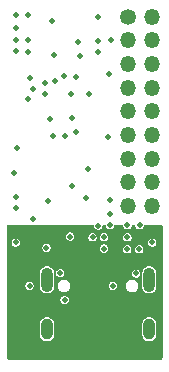
<source format=gbr>
%TF.GenerationSoftware,KiCad,Pcbnew,9.0.0*%
%TF.CreationDate,2025-06-10T15:00:40-04:00*%
%TF.ProjectId,aditBoard,61646974-426f-4617-9264-2e6b69636164,rev?*%
%TF.SameCoordinates,Original*%
%TF.FileFunction,Copper,L3,Inr*%
%TF.FilePolarity,Positive*%
%FSLAX46Y46*%
G04 Gerber Fmt 4.6, Leading zero omitted, Abs format (unit mm)*
G04 Created by KiCad (PCBNEW 9.0.0) date 2025-06-10 15:00:40*
%MOMM*%
%LPD*%
G01*
G04 APERTURE LIST*
%TA.AperFunction,ComponentPad*%
%ADD10C,1.350000*%
%TD*%
%TA.AperFunction,ComponentPad*%
%ADD11O,1.350000X1.350000*%
%TD*%
%TA.AperFunction,ComponentPad*%
%ADD12O,1.000000X2.100000*%
%TD*%
%TA.AperFunction,ComponentPad*%
%ADD13O,1.000000X1.800000*%
%TD*%
%TA.AperFunction,ViaPad*%
%ADD14C,0.500000*%
%TD*%
G04 APERTURE END LIST*
D10*
%TO.N,/GND*%
%TO.C,J2*%
X124635000Y-81725000D03*
D11*
X126635000Y-81725000D03*
%TO.N,/SDA*%
X124635000Y-83725000D03*
%TO.N,/SCL*%
X126635000Y-83725000D03*
%TO.N,/PLUG*%
X124635000Y-85725000D03*
%TO.N,/A2*%
X126635000Y-85725000D03*
%TO.N,/A1*%
X124635000Y-87725000D03*
%TO.N,/A0*%
X126635000Y-87725000D03*
%TO.N,/GND*%
X124635000Y-89725000D03*
X126635000Y-89725000D03*
%TO.N,/TXD*%
X124635000Y-91725000D03*
%TO.N,/RXD*%
X126635000Y-91725000D03*
%TO.N,/GND*%
X124635000Y-93725000D03*
X126635000Y-93725000D03*
%TO.N,/RST*%
X124635000Y-95725000D03*
%TO.N,/3V3*%
X126635000Y-95725000D03*
%TO.N,unconnected-(J2-Pin_17-Pad17)*%
X124635000Y-97725000D03*
%TO.N,unconnected-(J2-Pin_18-Pad18)*%
X126635000Y-97725000D03*
%TD*%
D12*
%TO.N,/GND*%
%TO.C,J1*%
X117755000Y-104000000D03*
D13*
X117755000Y-108180000D03*
D12*
X126395000Y-104000000D03*
D13*
X126395000Y-108180000D03*
%TD*%
D14*
%TO.N,/GND*%
X117850000Y-97350000D03*
%TO.N,/5V*%
X115675000Y-107600000D03*
%TO.N,/GND*%
X117700200Y-101280000D03*
X125292500Y-103450000D03*
X118875000Y-103425000D03*
%TO.N,/5V*%
X116750000Y-101200000D03*
X115100000Y-99875000D03*
X118650200Y-101202050D03*
X116525000Y-107600000D03*
%TO.N,Net-(U3-RUN)*%
X116275000Y-86925000D03*
X123150000Y-83675000D03*
%TO.N,/GND*%
X121025000Y-97100000D03*
%TO.N,Net-(R6-Pad2)*%
X123075000Y-97275000D03*
%TO.N,/GND*%
X126660000Y-100830000D03*
X114990000Y-94970000D03*
X116150000Y-83700000D03*
X118160000Y-82120000D03*
X117590000Y-88250000D03*
X122570000Y-101350000D03*
X119850000Y-90310000D03*
X120360000Y-83880000D03*
X115090000Y-97930000D03*
X115100000Y-100830000D03*
X122050000Y-83740000D03*
X123090000Y-98415000D03*
X115090000Y-83700000D03*
X122060000Y-81750000D03*
X125580000Y-99370000D03*
X115150000Y-81600000D03*
X117975000Y-90400000D03*
X119810000Y-88250000D03*
X115150000Y-82675000D03*
X121190000Y-94630000D03*
X125560000Y-101410000D03*
%TO.N,/3V3*%
X116150000Y-88650000D03*
X118260000Y-91790000D03*
X119150000Y-86725000D03*
X122930000Y-91930000D03*
X116525000Y-98850000D03*
X122570000Y-100390000D03*
X119870000Y-96070000D03*
X123090000Y-99375000D03*
X122050000Y-84700000D03*
X116160000Y-84700000D03*
X115090000Y-96970000D03*
X121300000Y-88300000D03*
X122090000Y-99405000D03*
X115220000Y-92830000D03*
X115090000Y-84660000D03*
%TO.N,/1V1*%
X116110000Y-81600000D03*
X119700000Y-100330000D03*
X121600000Y-100390000D03*
X119250000Y-91825000D03*
X118330000Y-84950000D03*
X118425000Y-87200000D03*
%TO.N,/5V*%
X124475000Y-103425000D03*
X119675000Y-103425000D03*
%TO.N,Net-(U1-DIN)*%
X116275000Y-104500000D03*
X120225000Y-91475000D03*
%TO.N,/A2*%
X124540000Y-101410000D03*
%TO.N,/A0*%
X124560000Y-99370000D03*
%TO.N,/A1*%
X124550000Y-100390000D03*
%TO.N,/SCL*%
X120170000Y-86820000D03*
%TO.N,/RST*%
X122990000Y-86600000D03*
%TO.N,/SDA*%
X120560000Y-85050000D03*
%TO.N,/SWCLK*%
X123325000Y-104500000D03*
X117550000Y-87300000D03*
%TO.N,/SWD*%
X119240000Y-105690000D03*
X116525000Y-87825000D03*
%TD*%
%TA.AperFunction,Conductor*%
%TO.N,/5V*%
G36*
X121723314Y-99389586D02*
G01*
X121737900Y-99424800D01*
X121737900Y-99451356D01*
X121761893Y-99540900D01*
X121761894Y-99540902D01*
X121761895Y-99540905D01*
X121808250Y-99621194D01*
X121873806Y-99686750D01*
X121954095Y-99733105D01*
X122043645Y-99757100D01*
X122136355Y-99757100D01*
X122225905Y-99733105D01*
X122306194Y-99686750D01*
X122371750Y-99621194D01*
X122418105Y-99540905D01*
X122442100Y-99451355D01*
X122442100Y-99424800D01*
X122456686Y-99389586D01*
X122491900Y-99375000D01*
X122688124Y-99375000D01*
X122723338Y-99389586D01*
X122737498Y-99418302D01*
X122737899Y-99421354D01*
X122761893Y-99510900D01*
X122761897Y-99510908D01*
X122805362Y-99586193D01*
X122808250Y-99591194D01*
X122873806Y-99656750D01*
X122954095Y-99703105D01*
X123043645Y-99727100D01*
X123136355Y-99727100D01*
X123225905Y-99703105D01*
X123306194Y-99656750D01*
X123371750Y-99591194D01*
X123418105Y-99510905D01*
X123442100Y-99421355D01*
X123442100Y-99421354D01*
X123442502Y-99418302D01*
X123461558Y-99385292D01*
X123491876Y-99375000D01*
X124158782Y-99375000D01*
X124193996Y-99389586D01*
X124205807Y-99413536D01*
X124207055Y-99413202D01*
X124231893Y-99505900D01*
X124231894Y-99505902D01*
X124231895Y-99505905D01*
X124278250Y-99586194D01*
X124343806Y-99651750D01*
X124424095Y-99698105D01*
X124513645Y-99722100D01*
X124606355Y-99722100D01*
X124695905Y-99698105D01*
X124776194Y-99651750D01*
X124841750Y-99586194D01*
X124888105Y-99505905D01*
X124912100Y-99416355D01*
X124912945Y-99413202D01*
X124914539Y-99413629D01*
X124930903Y-99385290D01*
X124961218Y-99375000D01*
X125178782Y-99375000D01*
X125213996Y-99389586D01*
X125225807Y-99413536D01*
X125227055Y-99413202D01*
X125251893Y-99505900D01*
X125251894Y-99505902D01*
X125251895Y-99505905D01*
X125298250Y-99586194D01*
X125363806Y-99651750D01*
X125444095Y-99698105D01*
X125533645Y-99722100D01*
X125626355Y-99722100D01*
X125715905Y-99698105D01*
X125796194Y-99651750D01*
X125861750Y-99586194D01*
X125908105Y-99505905D01*
X125932100Y-99416355D01*
X125932945Y-99413202D01*
X125934539Y-99413629D01*
X125950903Y-99385290D01*
X125981218Y-99375000D01*
X127479700Y-99375000D01*
X127514914Y-99389586D01*
X127529500Y-99424800D01*
X127529500Y-110546080D01*
X127528887Y-110553870D01*
X127518970Y-110616483D01*
X127515791Y-110627754D01*
X127511477Y-110638167D01*
X127509841Y-110641714D01*
X127485431Y-110689622D01*
X127476273Y-110702228D01*
X127432228Y-110746273D01*
X127419623Y-110755430D01*
X127419622Y-110755431D01*
X127371714Y-110779841D01*
X127368167Y-110781477D01*
X127357754Y-110785791D01*
X127346483Y-110788970D01*
X127283870Y-110798887D01*
X127276080Y-110799500D01*
X114613920Y-110799500D01*
X114606130Y-110798887D01*
X114543515Y-110788970D01*
X114532243Y-110785790D01*
X114521836Y-110781478D01*
X114518290Y-110779843D01*
X114470376Y-110755430D01*
X114457770Y-110746272D01*
X114413726Y-110702228D01*
X114404568Y-110689623D01*
X114380146Y-110641693D01*
X114378522Y-110638167D01*
X114374205Y-110627747D01*
X114371029Y-110616483D01*
X114366783Y-110589675D01*
X114361113Y-110553870D01*
X114360500Y-110546080D01*
X114360500Y-107700732D01*
X117152900Y-107700732D01*
X117152900Y-108659268D01*
X117193933Y-108812402D01*
X117273200Y-108949698D01*
X117385302Y-109061800D01*
X117522598Y-109141067D01*
X117675732Y-109182100D01*
X117834268Y-109182100D01*
X117987402Y-109141067D01*
X118124698Y-109061800D01*
X118236800Y-108949698D01*
X118316067Y-108812402D01*
X118357100Y-108659268D01*
X118357100Y-107700732D01*
X125792900Y-107700732D01*
X125792900Y-108659268D01*
X125833933Y-108812402D01*
X125913200Y-108949698D01*
X126025302Y-109061800D01*
X126162598Y-109141067D01*
X126315732Y-109182100D01*
X126474268Y-109182100D01*
X126627402Y-109141067D01*
X126764698Y-109061800D01*
X126876800Y-108949698D01*
X126956067Y-108812402D01*
X126997100Y-108659268D01*
X126997100Y-107700732D01*
X126956067Y-107547598D01*
X126876800Y-107410302D01*
X126764698Y-107298200D01*
X126764697Y-107298199D01*
X126627405Y-107218935D01*
X126627402Y-107218933D01*
X126627399Y-107218932D01*
X126474268Y-107177900D01*
X126315732Y-107177900D01*
X126162600Y-107218932D01*
X126162594Y-107218935D01*
X126025302Y-107298199D01*
X125913199Y-107410302D01*
X125833935Y-107547594D01*
X125833933Y-107547598D01*
X125792900Y-107700732D01*
X118357100Y-107700732D01*
X118316067Y-107547598D01*
X118236800Y-107410302D01*
X118124698Y-107298200D01*
X118124697Y-107298199D01*
X117987405Y-107218935D01*
X117987402Y-107218933D01*
X117987399Y-107218932D01*
X117834268Y-107177900D01*
X117675732Y-107177900D01*
X117522600Y-107218932D01*
X117522594Y-107218935D01*
X117385302Y-107298199D01*
X117273199Y-107410302D01*
X117193935Y-107547594D01*
X117193933Y-107547598D01*
X117152900Y-107700732D01*
X114360500Y-107700732D01*
X114360500Y-105643643D01*
X118887900Y-105643643D01*
X118887900Y-105736356D01*
X118911893Y-105825900D01*
X118911894Y-105825902D01*
X118911895Y-105825905D01*
X118958250Y-105906194D01*
X119023806Y-105971750D01*
X119104095Y-106018105D01*
X119193645Y-106042100D01*
X119286355Y-106042100D01*
X119375905Y-106018105D01*
X119456194Y-105971750D01*
X119521750Y-105906194D01*
X119568105Y-105825905D01*
X119592100Y-105736355D01*
X119592100Y-105643645D01*
X119568105Y-105554095D01*
X119521750Y-105473806D01*
X119456194Y-105408250D01*
X119456193Y-105408249D01*
X119375908Y-105361897D01*
X119375905Y-105361895D01*
X119375902Y-105361894D01*
X119375900Y-105361893D01*
X119286356Y-105337900D01*
X119286355Y-105337900D01*
X119193645Y-105337900D01*
X119193643Y-105337900D01*
X119104099Y-105361893D01*
X119104091Y-105361897D01*
X119023806Y-105408249D01*
X118958249Y-105473806D01*
X118911897Y-105554091D01*
X118911893Y-105554099D01*
X118887900Y-105643643D01*
X114360500Y-105643643D01*
X114360500Y-104453643D01*
X115922900Y-104453643D01*
X115922900Y-104546356D01*
X115946893Y-104635900D01*
X115946897Y-104635908D01*
X115985537Y-104702836D01*
X115993250Y-104716194D01*
X116058806Y-104781750D01*
X116139095Y-104828105D01*
X116228645Y-104852100D01*
X116321355Y-104852100D01*
X116410905Y-104828105D01*
X116491194Y-104781750D01*
X116556750Y-104716194D01*
X116603105Y-104635905D01*
X116627100Y-104546355D01*
X116627100Y-104453645D01*
X116603105Y-104364095D01*
X116556750Y-104283806D01*
X116491194Y-104218250D01*
X116491193Y-104218249D01*
X116410908Y-104171897D01*
X116410905Y-104171895D01*
X116410902Y-104171894D01*
X116410900Y-104171893D01*
X116321356Y-104147900D01*
X116321355Y-104147900D01*
X116228645Y-104147900D01*
X116228643Y-104147900D01*
X116139099Y-104171893D01*
X116139091Y-104171897D01*
X116058806Y-104218249D01*
X115993249Y-104283806D01*
X115946897Y-104364091D01*
X115946893Y-104364099D01*
X115922900Y-104453643D01*
X114360500Y-104453643D01*
X114360500Y-103370731D01*
X117152900Y-103370731D01*
X117152900Y-104629268D01*
X117172611Y-104702831D01*
X117193933Y-104782402D01*
X117273200Y-104919698D01*
X117385302Y-105031800D01*
X117522598Y-105111067D01*
X117675732Y-105152100D01*
X117834268Y-105152100D01*
X117987402Y-105111067D01*
X118124698Y-105031800D01*
X118236800Y-104919698D01*
X118316067Y-104782402D01*
X118357100Y-104629268D01*
X118357100Y-104430815D01*
X118659500Y-104430815D01*
X118659500Y-104569184D01*
X118695310Y-104702831D01*
X118695314Y-104702839D01*
X118741247Y-104782399D01*
X118764495Y-104822665D01*
X118862335Y-104920505D01*
X118982164Y-104989688D01*
X119115817Y-105025500D01*
X119254183Y-105025500D01*
X119387836Y-104989688D01*
X119507665Y-104920505D01*
X119605505Y-104822665D01*
X119674688Y-104702836D01*
X119710500Y-104569183D01*
X119710500Y-104453643D01*
X122972900Y-104453643D01*
X122972900Y-104546356D01*
X122996893Y-104635900D01*
X122996897Y-104635908D01*
X123035537Y-104702836D01*
X123043250Y-104716194D01*
X123108806Y-104781750D01*
X123189095Y-104828105D01*
X123278645Y-104852100D01*
X123371355Y-104852100D01*
X123460905Y-104828105D01*
X123541194Y-104781750D01*
X123606750Y-104716194D01*
X123653105Y-104635905D01*
X123677100Y-104546355D01*
X123677100Y-104453645D01*
X123670983Y-104430815D01*
X124439500Y-104430815D01*
X124439500Y-104569184D01*
X124475310Y-104702831D01*
X124475314Y-104702839D01*
X124521247Y-104782399D01*
X124544495Y-104822665D01*
X124642335Y-104920505D01*
X124762164Y-104989688D01*
X124895817Y-105025500D01*
X125034183Y-105025500D01*
X125167836Y-104989688D01*
X125287665Y-104920505D01*
X125385505Y-104822665D01*
X125454688Y-104702836D01*
X125490500Y-104569183D01*
X125490500Y-104430817D01*
X125454688Y-104297164D01*
X125385505Y-104177335D01*
X125287665Y-104079495D01*
X125287664Y-104079494D01*
X125167839Y-104010314D01*
X125167836Y-104010312D01*
X125167833Y-104010311D01*
X125167831Y-104010310D01*
X125034184Y-103974500D01*
X125034183Y-103974500D01*
X124895817Y-103974500D01*
X124895815Y-103974500D01*
X124762168Y-104010310D01*
X124762160Y-104010314D01*
X124642335Y-104079494D01*
X124544494Y-104177335D01*
X124475314Y-104297160D01*
X124475310Y-104297168D01*
X124439500Y-104430815D01*
X123670983Y-104430815D01*
X123653105Y-104364095D01*
X123606750Y-104283806D01*
X123541194Y-104218250D01*
X123541193Y-104218249D01*
X123460908Y-104171897D01*
X123460905Y-104171895D01*
X123460902Y-104171894D01*
X123460900Y-104171893D01*
X123371356Y-104147900D01*
X123371355Y-104147900D01*
X123278645Y-104147900D01*
X123278643Y-104147900D01*
X123189099Y-104171893D01*
X123189091Y-104171897D01*
X123108806Y-104218249D01*
X123043249Y-104283806D01*
X122996897Y-104364091D01*
X122996893Y-104364099D01*
X122972900Y-104453643D01*
X119710500Y-104453643D01*
X119710500Y-104430817D01*
X119674688Y-104297164D01*
X119605505Y-104177335D01*
X119507665Y-104079495D01*
X119507664Y-104079494D01*
X119387839Y-104010314D01*
X119387836Y-104010312D01*
X119387833Y-104010311D01*
X119387831Y-104010310D01*
X119254184Y-103974500D01*
X119254183Y-103974500D01*
X119115817Y-103974500D01*
X119115815Y-103974500D01*
X118982168Y-104010310D01*
X118982160Y-104010314D01*
X118862335Y-104079494D01*
X118764494Y-104177335D01*
X118695314Y-104297160D01*
X118695310Y-104297168D01*
X118659500Y-104430815D01*
X118357100Y-104430815D01*
X118357100Y-103378643D01*
X118522900Y-103378643D01*
X118522900Y-103471356D01*
X118546893Y-103560900D01*
X118546894Y-103560902D01*
X118546895Y-103560905D01*
X118593250Y-103641194D01*
X118658806Y-103706750D01*
X118739095Y-103753105D01*
X118828645Y-103777100D01*
X118921355Y-103777100D01*
X119010905Y-103753105D01*
X119091194Y-103706750D01*
X119156750Y-103641194D01*
X119203105Y-103560905D01*
X119227100Y-103471355D01*
X119227100Y-103403643D01*
X124940400Y-103403643D01*
X124940400Y-103496356D01*
X124964393Y-103585900D01*
X124964397Y-103585908D01*
X124996315Y-103641193D01*
X125010750Y-103666194D01*
X125076306Y-103731750D01*
X125156595Y-103778105D01*
X125246145Y-103802100D01*
X125338855Y-103802100D01*
X125428405Y-103778105D01*
X125508694Y-103731750D01*
X125574250Y-103666194D01*
X125620605Y-103585905D01*
X125644600Y-103496355D01*
X125644600Y-103403645D01*
X125635781Y-103370731D01*
X125792900Y-103370731D01*
X125792900Y-104629268D01*
X125812611Y-104702831D01*
X125833933Y-104782402D01*
X125913200Y-104919698D01*
X126025302Y-105031800D01*
X126162598Y-105111067D01*
X126315732Y-105152100D01*
X126474268Y-105152100D01*
X126627402Y-105111067D01*
X126764698Y-105031800D01*
X126876800Y-104919698D01*
X126956067Y-104782402D01*
X126997100Y-104629268D01*
X126997100Y-103370732D01*
X126956067Y-103217598D01*
X126876800Y-103080302D01*
X126764698Y-102968200D01*
X126764697Y-102968199D01*
X126627405Y-102888935D01*
X126627402Y-102888933D01*
X126627399Y-102888932D01*
X126474268Y-102847900D01*
X126315732Y-102847900D01*
X126162600Y-102888932D01*
X126162594Y-102888935D01*
X126025302Y-102968199D01*
X125913199Y-103080302D01*
X125833935Y-103217594D01*
X125833932Y-103217600D01*
X125792900Y-103370731D01*
X125635781Y-103370731D01*
X125620605Y-103314095D01*
X125574250Y-103233806D01*
X125508694Y-103168250D01*
X125508693Y-103168249D01*
X125428408Y-103121897D01*
X125428405Y-103121895D01*
X125428402Y-103121894D01*
X125428400Y-103121893D01*
X125338856Y-103097900D01*
X125338855Y-103097900D01*
X125246145Y-103097900D01*
X125246143Y-103097900D01*
X125156599Y-103121893D01*
X125156591Y-103121897D01*
X125076306Y-103168249D01*
X125010749Y-103233806D01*
X124964397Y-103314091D01*
X124964393Y-103314099D01*
X124940400Y-103403643D01*
X119227100Y-103403643D01*
X119227100Y-103378645D01*
X119203105Y-103289095D01*
X119156750Y-103208806D01*
X119091194Y-103143250D01*
X119091193Y-103143249D01*
X119042057Y-103114881D01*
X119010905Y-103096895D01*
X119010902Y-103096894D01*
X119010900Y-103096893D01*
X118921356Y-103072900D01*
X118921355Y-103072900D01*
X118828645Y-103072900D01*
X118828643Y-103072900D01*
X118739099Y-103096893D01*
X118739091Y-103096897D01*
X118658806Y-103143249D01*
X118593249Y-103208806D01*
X118546897Y-103289091D01*
X118546893Y-103289099D01*
X118522900Y-103378643D01*
X118357100Y-103378643D01*
X118357100Y-103370732D01*
X118316067Y-103217598D01*
X118236800Y-103080302D01*
X118124698Y-102968200D01*
X118124697Y-102968199D01*
X117987405Y-102888935D01*
X117987402Y-102888933D01*
X117987399Y-102888932D01*
X117834268Y-102847900D01*
X117675732Y-102847900D01*
X117522600Y-102888932D01*
X117522594Y-102888935D01*
X117385302Y-102968199D01*
X117273199Y-103080302D01*
X117193935Y-103217594D01*
X117193932Y-103217600D01*
X117152900Y-103370731D01*
X114360500Y-103370731D01*
X114360500Y-101233643D01*
X117348100Y-101233643D01*
X117348100Y-101326356D01*
X117372093Y-101415900D01*
X117372097Y-101415908D01*
X117412509Y-101485905D01*
X117418450Y-101496194D01*
X117484006Y-101561750D01*
X117564295Y-101608105D01*
X117653845Y-101632100D01*
X117746555Y-101632100D01*
X117836105Y-101608105D01*
X117916394Y-101561750D01*
X117981950Y-101496194D01*
X118028305Y-101415905D01*
X118052300Y-101326355D01*
X118052300Y-101303643D01*
X122217900Y-101303643D01*
X122217900Y-101396356D01*
X122241893Y-101485900D01*
X122241894Y-101485902D01*
X122241895Y-101485905D01*
X122288250Y-101566194D01*
X122353806Y-101631750D01*
X122434095Y-101678105D01*
X122523645Y-101702100D01*
X122616355Y-101702100D01*
X122705905Y-101678105D01*
X122786194Y-101631750D01*
X122851750Y-101566194D01*
X122898105Y-101485905D01*
X122922100Y-101396355D01*
X122922100Y-101363643D01*
X124187900Y-101363643D01*
X124187900Y-101456356D01*
X124211893Y-101545900D01*
X124211897Y-101545908D01*
X124247804Y-101608102D01*
X124258250Y-101626194D01*
X124323806Y-101691750D01*
X124404095Y-101738105D01*
X124493645Y-101762100D01*
X124586355Y-101762100D01*
X124675905Y-101738105D01*
X124756194Y-101691750D01*
X124821750Y-101626194D01*
X124868105Y-101545905D01*
X124892100Y-101456355D01*
X124892100Y-101363645D01*
X124892099Y-101363643D01*
X125207900Y-101363643D01*
X125207900Y-101456356D01*
X125231893Y-101545900D01*
X125231897Y-101545908D01*
X125267804Y-101608102D01*
X125278250Y-101626194D01*
X125343806Y-101691750D01*
X125424095Y-101738105D01*
X125513645Y-101762100D01*
X125606355Y-101762100D01*
X125695905Y-101738105D01*
X125776194Y-101691750D01*
X125841750Y-101626194D01*
X125888105Y-101545905D01*
X125912100Y-101456355D01*
X125912100Y-101363645D01*
X125888105Y-101274095D01*
X125841750Y-101193806D01*
X125776194Y-101128250D01*
X125776193Y-101128249D01*
X125695908Y-101081897D01*
X125695905Y-101081895D01*
X125695902Y-101081894D01*
X125695900Y-101081893D01*
X125606356Y-101057900D01*
X125606355Y-101057900D01*
X125513645Y-101057900D01*
X125513643Y-101057900D01*
X125424099Y-101081893D01*
X125424091Y-101081897D01*
X125343806Y-101128249D01*
X125278249Y-101193806D01*
X125231897Y-101274091D01*
X125231893Y-101274099D01*
X125207900Y-101363643D01*
X124892099Y-101363643D01*
X124868105Y-101274095D01*
X124821750Y-101193806D01*
X124756194Y-101128250D01*
X124756193Y-101128249D01*
X124675908Y-101081897D01*
X124675905Y-101081895D01*
X124675902Y-101081894D01*
X124675900Y-101081893D01*
X124586356Y-101057900D01*
X124586355Y-101057900D01*
X124493645Y-101057900D01*
X124493643Y-101057900D01*
X124404099Y-101081893D01*
X124404091Y-101081897D01*
X124323806Y-101128249D01*
X124258249Y-101193806D01*
X124211897Y-101274091D01*
X124211893Y-101274099D01*
X124187900Y-101363643D01*
X122922100Y-101363643D01*
X122922100Y-101303645D01*
X122898105Y-101214095D01*
X122851750Y-101133806D01*
X122786194Y-101068250D01*
X122786193Y-101068249D01*
X122705908Y-101021897D01*
X122705905Y-101021895D01*
X122705902Y-101021894D01*
X122705900Y-101021893D01*
X122616356Y-100997900D01*
X122616355Y-100997900D01*
X122523645Y-100997900D01*
X122523643Y-100997900D01*
X122434099Y-101021893D01*
X122434091Y-101021897D01*
X122353806Y-101068249D01*
X122288249Y-101133806D01*
X122241897Y-101214091D01*
X122241893Y-101214099D01*
X122217900Y-101303643D01*
X118052300Y-101303643D01*
X118052300Y-101233645D01*
X118028305Y-101144095D01*
X117981950Y-101063806D01*
X117916394Y-100998250D01*
X117916393Y-100998249D01*
X117836108Y-100951897D01*
X117836105Y-100951895D01*
X117836102Y-100951894D01*
X117836100Y-100951893D01*
X117746556Y-100927900D01*
X117746555Y-100927900D01*
X117653845Y-100927900D01*
X117653843Y-100927900D01*
X117564299Y-100951893D01*
X117564291Y-100951897D01*
X117484006Y-100998249D01*
X117418449Y-101063806D01*
X117372097Y-101144091D01*
X117372093Y-101144099D01*
X117348100Y-101233643D01*
X114360500Y-101233643D01*
X114360500Y-100783643D01*
X114747900Y-100783643D01*
X114747900Y-100876356D01*
X114771893Y-100965900D01*
X114771894Y-100965902D01*
X114771895Y-100965905D01*
X114818250Y-101046194D01*
X114883806Y-101111750D01*
X114964095Y-101158105D01*
X115053645Y-101182100D01*
X115146355Y-101182100D01*
X115235905Y-101158105D01*
X115316194Y-101111750D01*
X115381750Y-101046194D01*
X115428105Y-100965905D01*
X115452100Y-100876355D01*
X115452100Y-100783645D01*
X115452099Y-100783643D01*
X126307900Y-100783643D01*
X126307900Y-100876356D01*
X126331893Y-100965900D01*
X126331894Y-100965902D01*
X126331895Y-100965905D01*
X126378250Y-101046194D01*
X126443806Y-101111750D01*
X126524095Y-101158105D01*
X126613645Y-101182100D01*
X126706355Y-101182100D01*
X126795905Y-101158105D01*
X126876194Y-101111750D01*
X126941750Y-101046194D01*
X126988105Y-100965905D01*
X127012100Y-100876355D01*
X127012100Y-100783645D01*
X126988105Y-100694095D01*
X126941750Y-100613806D01*
X126876194Y-100548250D01*
X126876193Y-100548249D01*
X126795908Y-100501897D01*
X126795905Y-100501895D01*
X126795902Y-100501894D01*
X126795900Y-100501893D01*
X126706356Y-100477900D01*
X126706355Y-100477900D01*
X126613645Y-100477900D01*
X126613643Y-100477900D01*
X126524099Y-100501893D01*
X126524091Y-100501897D01*
X126443806Y-100548249D01*
X126378249Y-100613806D01*
X126331897Y-100694091D01*
X126331893Y-100694099D01*
X126307900Y-100783643D01*
X115452099Y-100783643D01*
X115428105Y-100694095D01*
X115381750Y-100613806D01*
X115316194Y-100548250D01*
X115316193Y-100548249D01*
X115235908Y-100501897D01*
X115235905Y-100501895D01*
X115235902Y-100501894D01*
X115235900Y-100501893D01*
X115146356Y-100477900D01*
X115146355Y-100477900D01*
X115053645Y-100477900D01*
X115053643Y-100477900D01*
X114964099Y-100501893D01*
X114964091Y-100501897D01*
X114883806Y-100548249D01*
X114818249Y-100613806D01*
X114771897Y-100694091D01*
X114771893Y-100694099D01*
X114747900Y-100783643D01*
X114360500Y-100783643D01*
X114360500Y-100283643D01*
X119347900Y-100283643D01*
X119347900Y-100376356D01*
X119371893Y-100465900D01*
X119371894Y-100465902D01*
X119371895Y-100465905D01*
X119418250Y-100546194D01*
X119483806Y-100611750D01*
X119564095Y-100658105D01*
X119653645Y-100682100D01*
X119746355Y-100682100D01*
X119835905Y-100658105D01*
X119916194Y-100611750D01*
X119981750Y-100546194D01*
X120028105Y-100465905D01*
X120052100Y-100376355D01*
X120052100Y-100343643D01*
X121247900Y-100343643D01*
X121247900Y-100436356D01*
X121271893Y-100525900D01*
X121271894Y-100525902D01*
X121271895Y-100525905D01*
X121318250Y-100606194D01*
X121383806Y-100671750D01*
X121464095Y-100718105D01*
X121553645Y-100742100D01*
X121646355Y-100742100D01*
X121735905Y-100718105D01*
X121816194Y-100671750D01*
X121881750Y-100606194D01*
X121928105Y-100525905D01*
X121952100Y-100436355D01*
X121952100Y-100343645D01*
X121952099Y-100343643D01*
X122217900Y-100343643D01*
X122217900Y-100436356D01*
X122241893Y-100525900D01*
X122241894Y-100525902D01*
X122241895Y-100525905D01*
X122288250Y-100606194D01*
X122353806Y-100671750D01*
X122434095Y-100718105D01*
X122523645Y-100742100D01*
X122616355Y-100742100D01*
X122705905Y-100718105D01*
X122786194Y-100671750D01*
X122851750Y-100606194D01*
X122898105Y-100525905D01*
X122922100Y-100436355D01*
X122922100Y-100343645D01*
X122922099Y-100343643D01*
X124197900Y-100343643D01*
X124197900Y-100436356D01*
X124221893Y-100525900D01*
X124221894Y-100525902D01*
X124221895Y-100525905D01*
X124268250Y-100606194D01*
X124333806Y-100671750D01*
X124414095Y-100718105D01*
X124503645Y-100742100D01*
X124596355Y-100742100D01*
X124685905Y-100718105D01*
X124766194Y-100671750D01*
X124831750Y-100606194D01*
X124878105Y-100525905D01*
X124902100Y-100436355D01*
X124902100Y-100343645D01*
X124878105Y-100254095D01*
X124831750Y-100173806D01*
X124766194Y-100108250D01*
X124766193Y-100108249D01*
X124685908Y-100061897D01*
X124685905Y-100061895D01*
X124685902Y-100061894D01*
X124685900Y-100061893D01*
X124596356Y-100037900D01*
X124596355Y-100037900D01*
X124503645Y-100037900D01*
X124503643Y-100037900D01*
X124414099Y-100061893D01*
X124414091Y-100061897D01*
X124333806Y-100108249D01*
X124268249Y-100173806D01*
X124221897Y-100254091D01*
X124221893Y-100254099D01*
X124197900Y-100343643D01*
X122922099Y-100343643D01*
X122898105Y-100254095D01*
X122851750Y-100173806D01*
X122786194Y-100108250D01*
X122786193Y-100108249D01*
X122705908Y-100061897D01*
X122705905Y-100061895D01*
X122705902Y-100061894D01*
X122705900Y-100061893D01*
X122616356Y-100037900D01*
X122616355Y-100037900D01*
X122523645Y-100037900D01*
X122523643Y-100037900D01*
X122434099Y-100061893D01*
X122434091Y-100061897D01*
X122353806Y-100108249D01*
X122288249Y-100173806D01*
X122241897Y-100254091D01*
X122241893Y-100254099D01*
X122217900Y-100343643D01*
X121952099Y-100343643D01*
X121928105Y-100254095D01*
X121881750Y-100173806D01*
X121816194Y-100108250D01*
X121816193Y-100108249D01*
X121735908Y-100061897D01*
X121735905Y-100061895D01*
X121735902Y-100061894D01*
X121735900Y-100061893D01*
X121646356Y-100037900D01*
X121646355Y-100037900D01*
X121553645Y-100037900D01*
X121553643Y-100037900D01*
X121464099Y-100061893D01*
X121464091Y-100061897D01*
X121383806Y-100108249D01*
X121318249Y-100173806D01*
X121271897Y-100254091D01*
X121271893Y-100254099D01*
X121247900Y-100343643D01*
X120052100Y-100343643D01*
X120052100Y-100283645D01*
X120028105Y-100194095D01*
X119981750Y-100113806D01*
X119916194Y-100048250D01*
X119916193Y-100048249D01*
X119835908Y-100001897D01*
X119835905Y-100001895D01*
X119835902Y-100001894D01*
X119835900Y-100001893D01*
X119746356Y-99977900D01*
X119746355Y-99977900D01*
X119653645Y-99977900D01*
X119653643Y-99977900D01*
X119564099Y-100001893D01*
X119564091Y-100001897D01*
X119483806Y-100048249D01*
X119418249Y-100113806D01*
X119371897Y-100194091D01*
X119371893Y-100194099D01*
X119347900Y-100283643D01*
X114360500Y-100283643D01*
X114360500Y-99424800D01*
X114375086Y-99389586D01*
X114410300Y-99375000D01*
X121688100Y-99375000D01*
X121723314Y-99389586D01*
G37*
%TD.AperFunction*%
%TD*%
M02*

</source>
